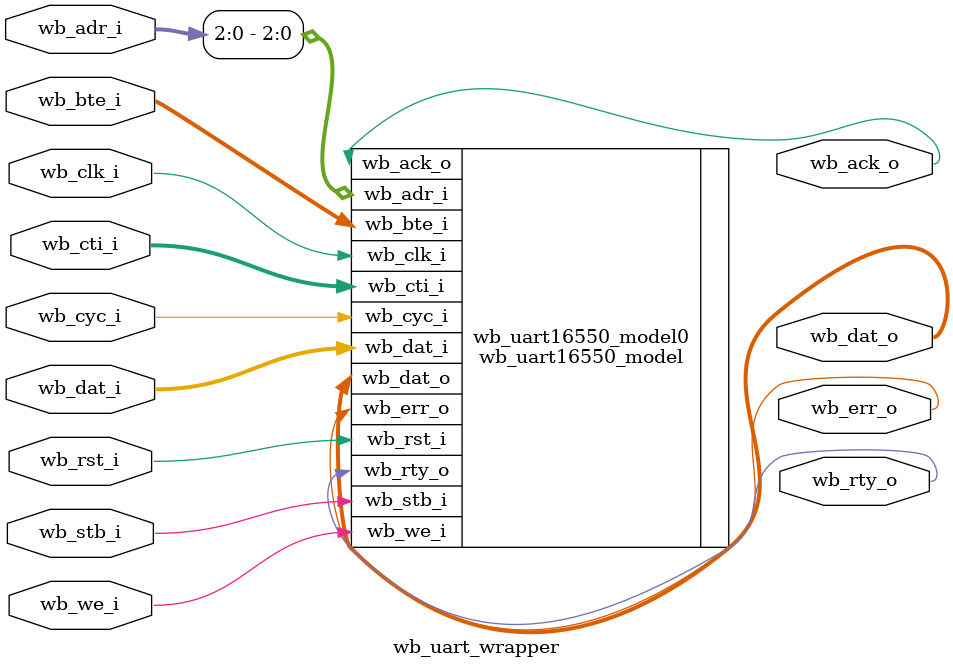
<source format=v>
module wb_uart_wrapper
  #(parameter DEBUG = 0)
  (// Clock, reset
   input 	wb_clk_i,
   input 	wb_rst_i,
   // Inputs
   input [31:0]	wb_adr_i,
   input [7:0] 	wb_dat_i,
   input 	wb_we_i,
   input 	wb_cyc_i,
   input 	wb_stb_i,
   input [2:0] 	wb_cti_i,
   input [1:0] 	wb_bte_i,
   // Outputs
   output [7:0] wb_dat_o,
   output 	wb_ack_o,
   output 	wb_err_o,
   output 	wb_rty_o);

wb_uart16550_model #(.DEBUG (0))
   wb_uart16550_model0
     (
      //Wishbone Master interface
      .wb_clk_i (wb_clk_i),
      .wb_rst_i (wb_rst_i),
      .wb_adr_i	(wb_adr_i[2:0]),
      .wb_dat_i	(wb_dat_i),
      .wb_we_i	(wb_we_i),
      .wb_cyc_i	(wb_cyc_i),
      .wb_stb_i	(wb_stb_i),
      .wb_cti_i	(wb_cti_i),
      .wb_bte_i	(wb_bte_i),
      .wb_dat_o	(wb_dat_o),
      .wb_ack_o	(wb_ack_o),
      .wb_err_o (wb_err_o),
      .wb_rty_o (wb_rty_o));
endmodule

</source>
